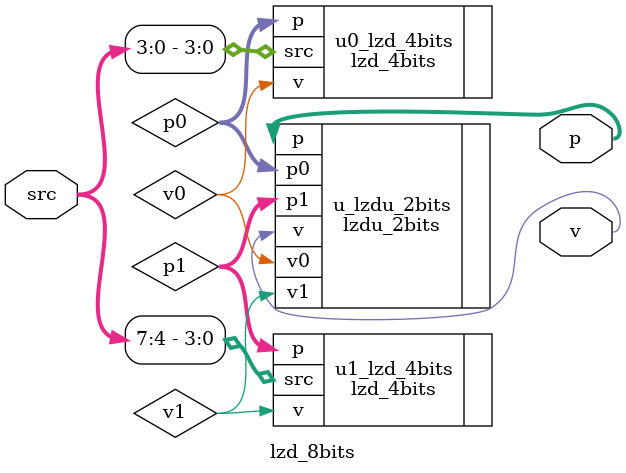
<source format=v>
module lzd_8bits(

    input   [7	:0]	src,
	output  [2	:0]	p  ,
	output			v
);

wire	[1	:0]	p0, p1;
wire			v0, v1;

lzd_4bits u0_lzd_4bits(

    .src(src[3:0]	),
	.p  (p0			),
	.v  (v0			)
);

lzd_4bits u1_lzd_4bits(

    .src(src[7:4]	),
	.p  (p1			),
	.v  (v1			)
);

lzdu_2bits #(3) u_lzdu_2bits(

    .p0(p0	),
	.p1(p1	),
	.v0(v0	),
	.v1(v1	),
	.p (p	),
	.v (v	)
);

endmodule
</source>
